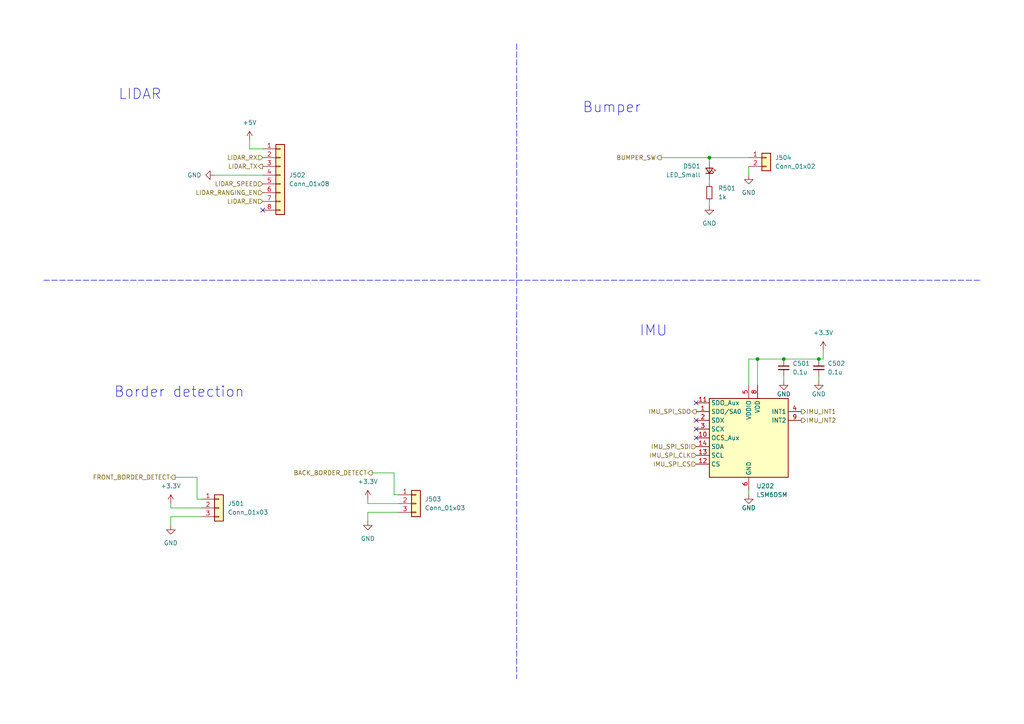
<source format=kicad_sch>
(kicad_sch (version 20230121) (generator eeschema)
  (paper "A4")
  (title_block (title "Robot chat - Sensors") (date "2023-09-19") (rev "1.0") (company "ENSEA"))
  (lib_symbols
    (symbol "Connector_Generic:Conn_01x02" (pin_names (offset 1.016) hide)
      (property "Reference" "J" (at 0 2.54 0))
      (property "Value" "Conn_01x02" (at 0 -5.08 0))
      (symbol "Conn_01x02_1_1"
        (rectangle (start -1.27 -2.413) (end 0 -2.667) (stroke (width 0.1524)))
        (rectangle (start -1.27 0.127) (end 0 -0.127) (stroke (width 0.1524)))
        (rectangle (start -1.27 1.27) (end 1.27 -3.81) (stroke (width 0.254)) (fill (type background)))
        (pin passive line (at -5.08 0 0) (length 3.81) (name "Pin_1") (number "1"))
        (pin passive line (at -5.08 -2.54 0) (length 3.81) (name "Pin_2") (number "2"))
      )
    )
    (symbol "Connector_Generic:Conn_01x03" (pin_names (offset 1.016) hide)
      (property "Reference" "J" (at 0 5.08 0))
      (property "Value" "Conn_01x03" (at 0 -5.08 0))
      (symbol "Conn_01x03_1_1"
        (rectangle (start -1.27 -2.413) (end 0 -2.667) (stroke (width 0.1524)))
        (rectangle (start -1.27 0.127) (end 0 -0.127) (stroke (width 0.1524)))
        (rectangle (start -1.27 2.667) (end 0 2.413) (stroke (width 0.1524)))
        (rectangle (start -1.27 3.81) (end 1.27 -3.81) (stroke (width 0.254)) (fill (type background)))
        (pin passive line (at -5.08 2.54 0) (length 3.81) (name "Pin_1") (number "1"))
        (pin passive line (at -5.08 0 0) (length 3.81) (name "Pin_2") (number "2"))
        (pin passive line (at -5.08 -2.54 0) (length 3.81) (name "Pin_3") (number "3"))
      )
    )
    (symbol "Connector_Generic:Conn_01x08" (pin_names (offset 1.016) hide)
      (property "Reference" "J" (at 0 10.16 0))
      (property "Value" "Conn_01x08" (at 0 -12.7 0))
      (symbol "Conn_01x08_1_1"
        (rectangle (start -1.27 -10.033) (end 0 -10.287) (stroke (width 0.1524)))
        (rectangle (start -1.27 -7.493) (end 0 -7.747) (stroke (width 0.1524)))
        (rectangle (start -1.27 -4.953) (end 0 -5.207) (stroke (width 0.1524)))
        (rectangle (start -1.27 -2.413) (end 0 -2.667) (stroke (width 0.1524)))
        (rectangle (start -1.27 0.127) (end 0 -0.127) (stroke (width 0.1524)))
        (rectangle (start -1.27 2.667) (end 0 2.413) (stroke (width 0.1524)))
        (rectangle (start -1.27 5.207) (end 0 4.953) (stroke (width 0.1524)))
        (rectangle (start -1.27 7.747) (end 0 7.493) (stroke (width 0.1524)))
        (rectangle (start -1.27 8.89) (end 1.27 -11.43) (stroke (width 0.254)) (fill (type background)))
        (pin passive line (at -5.08 7.62 0) (length 3.81) (name "Pin_1") (number "1"))
        (pin passive line (at -5.08 5.08 0) (length 3.81) (name "Pin_2") (number "2"))
        (pin passive line (at -5.08 2.54 0) (length 3.81) (name "Pin_3") (number "3"))
        (pin passive line (at -5.08 0 0) (length 3.81) (name "Pin_4") (number "4"))
        (pin passive line (at -5.08 -2.54 0) (length 3.81) (name "Pin_5") (number "5"))
        (pin passive line (at -5.08 -5.08 0) (length 3.81) (name "Pin_6") (number "6"))
        (pin passive line (at -5.08 -7.62 0) (length 3.81) (name "Pin_7") (number "7"))
        (pin passive line (at -5.08 -10.16 0) (length 3.81) (name "Pin_8") (number "8"))
      )
    )
    (symbol "Device:C_Small" (pin_numbers hide) (pin_names (offset 0.254) hide)
      (property "Reference" "C" (at 0.254 1.778 0))
      (property "Value" "C_Small" (at 0.254 -2.032 0))
      (symbol "C_Small_0_1"
        (polyline (pts (xy -1.524 -0.508) (xy 1.524 -0.508)) (stroke (width 0.3302)))
        (polyline (pts (xy -1.524 0.508) (xy 1.524 0.508)) (stroke (width 0.3048)))
      )
      (symbol "C_Small_1_1"
        (pin passive line (at 0 2.54 270) (length 2.032) (name "~") (number "1"))
        (pin passive line (at 0 -2.54 90) (length 2.032) (name "~") (number "2"))
      )
    )
    (symbol "Device:LED_Small" (pin_numbers hide) (pin_names (offset 0.254) hide)
      (property "Reference" "D" (at -1.27 3.175 0))
      (property "Value" "LED_Small" (at -4.445 -2.54 0))
      (symbol "LED_Small_0_1"
        (polyline (pts (xy -0.762 -1.016) (xy -0.762 1.016)) (stroke (width 0.254)))
        (polyline (pts (xy 1.016 0) (xy -0.762 0)))
        (polyline (pts (xy 0.762 -1.016) (xy -0.762 0) (xy 0.762 1.016) (xy 0.762 -1.016)) (stroke (width 0.254)))
        (polyline (pts (xy 0 0.762) (xy -0.508 1.27) (xy -0.254 1.27) (xy -0.508 1.27) (xy -0.508 1.016)))
        (polyline (pts (xy 0.508 1.27) (xy 0 1.778) (xy 0.254 1.778) (xy 0 1.778) (xy 0 1.524)))
      )
      (symbol "LED_Small_1_1"
        (pin passive line (at -2.54 0 0) (length 1.778) (name "K") (number "1"))
        (pin passive line (at 2.54 0 180) (length 1.778) (name "A") (number "2"))
      )
    )
    (symbol "Device:R_Small" (pin_numbers hide) (pin_names (offset 0.254) hide)
      (property "Reference" "R" (at 0.762 0.508 0))
      (property "Value" "R_Small" (at 0.762 -1.016 0))
      (symbol "R_Small_0_1"
        (rectangle (start -0.762 1.778) (end 0.762 -1.778) (stroke (width 0.2032)))
      )
      (symbol "R_Small_1_1"
        (pin passive line (at 0 2.54 270) (length 0.762) (name "~") (number "1"))
        (pin passive line (at 0 -2.54 90) (length 0.762) (name "~") (number "2"))
      )
    )
    (symbol "Sensor_Motion:LSM6DSM"
      (property "Reference" "U" (at -11.43 15.24 0))
      (property "Value" "LSM6DSM" (at -11.43 12.7 0))
      (symbol "LSM6DSM_0_1"
        (rectangle (start 11.43 11.43) (end -11.43 -11.43) (stroke (width 0.254)) (fill (type background)))
      )
      (symbol "LSM6DSM_1_1"
        (pin bidirectional line (at -15.24 7.62 0) (length 3.81) (name "SDO/SA0") (number "1"))
        (pin passive line (at -15.24 0 0) (length 3.81) (name "OCS_Aux") (number "10"))
        (pin bidirectional line (at -15.24 10.16 0) (length 3.81) (name "SDO_Aux") (number "11"))
        (pin input line (at -15.24 -7.62 0) (length 3.81) (name "CS") (number "12"))
        (pin input line (at -15.24 -5.08 0) (length 3.81) (name "SCL") (number "13"))
        (pin bidirectional line (at -15.24 -2.54 0) (length 3.81) (name "SDA") (number "14"))
        (pin bidirectional line (at -15.24 5.08 0) (length 3.81) (name "SDX") (number "2"))
        (pin input line (at -15.24 2.54 0) (length 3.81) (name "SCX") (number "3"))
        (pin output line (at 15.24 7.62 180) (length 3.81) (name "INT1") (number "4"))
        (pin power_in line (at 0 15.24 270) (length 3.81) (name "VDDIO") (number "5"))
        (pin power_in line (at 0 -15.24 90) (length 3.81) (name "GND") (number "6"))
        (pin passive line (at 0 -15.24 90) (length 3.81) hide (name "GND") (number "7"))
        (pin power_in line (at 2.54 15.24 270) (length 3.81) (name "VDD") (number "8"))
        (pin output line (at 15.24 5.08 180) (length 3.81) (name "INT2") (number "9"))
      )
    )
    (symbol "power:+3.3V" (power) (pin_names (offset 0))
      (property "Value" "+3.3V" (at 0 3.556 0))
      (symbol "+3.3V_0_1"
        (polyline (pts (xy -0.762 1.27) (xy 0 2.54)))
        (polyline (pts (xy 0 0) (xy 0 2.54)))
        (polyline (pts (xy 0 2.54) (xy 0.762 1.27)))
      )
      (symbol "+3.3V_1_1"
        (pin power_in line (at 0 0 90) (length 0) hide (name "+3.3V") (number "1"))
      )
    )
    (symbol "power:+5V" (power) (pin_names (offset 0))
      (property "Value" "+5V" (at 0 3.556 0))
      (symbol "+5V_0_1"
        (polyline (pts (xy -0.762 1.27) (xy 0 2.54)))
        (polyline (pts (xy 0 0) (xy 0 2.54)))
        (polyline (pts (xy 0 2.54) (xy 0.762 1.27)))
      )
      (symbol "+5V_1_1"
        (pin power_in line (at 0 0 90) (length 0) hide (name "+5V") (number "1"))
      )
    )
    (symbol "power:GND" (power) (pin_names (offset 0))
      (property "Value" "GND" (at 0 -3.81 0))
      (symbol "GND_0_1"
        (polyline (pts (xy 0 0) (xy 0 -1.27) (xy 1.27 -1.27) (xy 0 -2.54) (xy -1.27 -1.27) (xy 0 -1.27)))
      )
      (symbol "GND_1_1"
        (pin power_in line (at 0 0 270) (length 0) hide (name "GND") (number "1"))
      )
    )
  )
  (junction (at 205.74 45.72))
  (junction (at 219.71 104.14))
  (junction (at 237.49 104.14))
  (junction (at 227.33 104.14))
  (no_connect (at 76.2 60.96))
  (no_connect (at 201.93 116.84))
  (no_connect (at 201.93 121.92))
  (no_connect (at 201.93 127))
  (no_connect (at 201.93 124.46))
  (wire (pts (xy 106.68 148.59) (xy 115.57 148.59)))
  (wire (pts (xy 205.74 45.72) (xy 217.17 45.72)))
  (wire (pts (xy 205.74 53.34) (xy 205.74 52.07)))
  (wire (pts (xy 219.71 104.14) (xy 217.17 104.14)))
  (wire (pts (xy 49.53 147.32) (xy 49.53 146.05)))
  (wire (pts (xy 114.3 143.51) (xy 114.3 137.16)))
  (wire (pts (xy 106.68 151.13) (xy 106.68 148.59)))
  (wire (pts (xy 115.57 143.51) (xy 114.3 143.51)))
  (wire (pts (xy 227.33 104.14) (xy 237.49 104.14)))
  (wire (pts (xy 62.23 50.8) (xy 76.2 50.8)))
  (wire (pts (xy 57.15 138.43) (xy 50.8 138.43)))
  (wire (pts (xy 205.74 59.69) (xy 205.74 58.42)))
  (wire (pts (xy 49.53 152.4) (xy 49.53 149.86)))
  (wire (pts (xy 106.68 146.05) (xy 106.68 144.78)))
  (polyline (pts (xy 149.86 81.28) (xy 284.48 81.28)) (stroke (width 0) (type dash)))
  (wire (pts (xy 58.42 147.32) (xy 49.53 147.32)))
  (polyline (pts (xy 149.86 81.28) (xy 149.86 196.85)) (stroke (width 0) (type dash)))
  (wire (pts (xy 205.74 46.99) (xy 205.74 45.72)))
  (wire (pts (xy 217.17 143.51) (xy 217.17 142.24)))
  (wire (pts (xy 227.33 104.14) (xy 219.71 104.14)))
  (wire (pts (xy 217.17 104.14) (xy 217.17 111.76)))
  (wire (pts (xy 217.17 48.26) (xy 217.17 50.8)))
  (wire (pts (xy 219.71 104.14) (xy 219.71 111.76)))
  (wire (pts (xy 227.33 110.49) (xy 227.33 109.22)))
  (wire (pts (xy 238.76 104.14) (xy 237.49 104.14)))
  (wire (pts (xy 191.77 45.72) (xy 205.74 45.72)))
  (wire (pts (xy 58.42 144.78) (xy 57.15 144.78)))
  (wire (pts (xy 238.76 101.6) (xy 238.76 104.14)))
  (wire (pts (xy 114.3 137.16) (xy 107.95 137.16)))
  (wire (pts (xy 115.57 146.05) (xy 106.68 146.05)))
  (wire (pts (xy 237.49 110.49) (xy 237.49 109.22)))
  (wire (pts (xy 72.39 40.64) (xy 72.39 43.18)))
  (wire (pts (xy 72.39 43.18) (xy 76.2 43.18)))
  (wire (pts (xy 49.53 149.86) (xy 58.42 149.86)))
  (polyline (pts (xy 12.7 81.28) (xy 149.86 81.28)) (stroke (width 0) (type dash)))
  (polyline (pts (xy 149.86 12.7) (xy 149.86 81.28)) (stroke (width 0) (type dash)))
  (wire (pts (xy 57.15 144.78) (xy 57.15 138.43)))
  (text "LIDAR" (at 34.29 29.21 0) (effects (font (size 3 3)) (justify left bottom)))
  (text "Bumper\n" (at 168.91 33.02 0) (effects (font (size 3 3)) (justify left bottom)))
  (text "IMU" (at 185.42 97.79 0) (effects (font (size 3 3)) (justify left bottom)))
  (text "Border detection" (at 33.02 115.57 0) (effects (font (size 3 3)) (justify left bottom)))
  (hierarchical_label "BACK_BORDER_DETECT" (shape output) (at 107.95 137.16 180))
  (hierarchical_label "IMU_INT2" (shape output) (at 232.41 121.92 0))
  (hierarchical_label "BUMPER_SW" (shape output) (at 191.77 45.72 180))
  (hierarchical_label "IMU_INT1" (shape output) (at 232.41 119.38 0))
  (hierarchical_label "FRONT_BORDER_DETECT" (shape output) (at 50.8 138.43 180))
  (hierarchical_label "LIDAR_EN" (shape input) (at 76.2 58.42 180))
  (hierarchical_label "IMU_SPI_SDO" (shape output) (at 201.93 119.38 180))
  (hierarchical_label "LIDAR_RX" (shape input) (at 76.2 45.72 180))
  (hierarchical_label "LIDAR_TX" (shape output) (at 76.2 48.26 180))
  (hierarchical_label "IMU_SPI_SDI" (shape input) (at 201.93 129.54 180))
  (hierarchical_label "LIDAR_RANGING_EN" (shape input) (at 76.2 55.88 180))
  (hierarchical_label "IMU_SPI_CLK" (shape input) (at 201.93 132.08 180))
  (hierarchical_label "LIDAR_SPEED" (shape input) (at 76.2 53.34 180))
  (hierarchical_label "IMU_SPI_CS" (shape input) (at 201.93 134.62 180))
  (symbol (lib_id "power:GND") (at 62.23 50.8 270) (unit 1)
    (property "Reference" "#PWR0503" (effects hide))
    (property "Value" "GND" (at 58.42 50.8 90) (effects (justify right)))
  )
  (symbol (lib_id "power:GND") (at 227.33 110.49 0) (unit 1)
    (property "Reference" "#PWR0510" (effects hide))
    (property "Value" "GND" (at 227.33 114.3 0))
  )
  (symbol (lib_id "power:GND") (at 106.68 151.13 0) (unit 1)
    (property "Reference" "#PWR0506" (effects hide))
    (property "Value" "GND" (at 106.68 156.21 0))
  )
  (symbol (lib_id "Sensor_Motion:LSM6DSM") (at 217.17 127 0) (unit 1)
    (property "Reference" "U202" (at 219.3641 140.97 0) (effects (justify left)))
    (property "Value" "LSM6DSM" (at 219.3641 143.51 0) (effects (justify left)))
    (property "Footprint" "Package_LGA:LGA-14_3x2.5mm_P0.5mm_LayoutBorder3x4y" (effects hide))
    (property "Datasheet" "https://www.st.com/resource/en/datasheet/lsm6dsm.pdf" (effects hide))
    (instances (project "robot_chat" (path "" (reference "U202") (unit 1)) (path "" (reference "U501") (unit 1))))
  )
  (symbol (lib_id "power:GND") (at 49.53 152.4 0) (unit 1)
    (property "Reference" "#PWR0502" (effects hide))
    (property "Value" "GND" (at 49.53 157.48 0))
  )
  (symbol (lib_id "Connector_Generic:Conn_01x03") (at 120.65 146.05 0) (unit 1)
    (property "Reference" "J503" (at 123.19 144.78 0) (effects (justify left)))
    (property "Value" "Conn_01x03" (at 123.19 147.32 0) (effects (justify left)))
    (property "Footprint" "Connector_JST:JST_XH_S3B-XH-A_1x03_P2.50mm_Horizontal" (effects hide))
  )
  (symbol (lib_id "power:+3.3V") (at 49.53 146.05 0) (unit 1)
    (property "Reference" "#PWR0501" (effects hide))
    (property "Value" "+3.3V" (at 49.53 140.97 0))
  )
  (symbol (lib_id "Device:C_Small") (at 237.49 106.68 0) (unit 1)
    (property "Reference" "C502" (at 240.03 105.4163 0) (effects (justify left)))
    (property "Value" "0.1u" (at 240.03 107.9563 0) (effects (justify left)))
    (property "Footprint" "Capacitor_SMD:C_0603_1608Metric" (effects hide))
  )
  (symbol (lib_id "power:+3.3V") (at 238.76 101.6 0) (unit 1)
    (property "Reference" "#PWR0512" (effects hide))
    (property "Value" "+3.3V" (at 238.76 96.52 0))
  )
  (symbol (lib_id "power:GND") (at 205.74 59.69 0) (unit 1)
    (property "Reference" "#PWR0507" (effects hide))
    (property "Value" "GND" (at 205.74 64.77 0))
  )
  (symbol (lib_id "power:+5V") (at 72.39 40.64 0) (unit 1)
    (property "Reference" "#PWR0504" (effects hide))
    (property "Value" "+5V" (at 72.39 35.56 0))
  )
  (symbol (lib_id "Device:R_Small") (at 205.74 55.88 180) (unit 1)
    (property "Reference" "R501" (at 208.28 54.61 0) (effects (justify right)))
    (property "Value" "1k" (at 208.28 57.15 0) (effects (justify right)))
    (property "Footprint" "Resistor_SMD:R_0603_1608Metric" (effects hide))
  )
  (symbol (lib_id "Connector_Generic:Conn_01x08") (at 81.28 50.8 0) (unit 1)
    (property "Reference" "J502" (at 83.82 50.8 0) (effects (justify left)))
    (property "Value" "Conn_01x08" (at 83.82 53.34 0) (effects (justify left)))
    (property "Footprint" "Connector_JST:JST_XH_S8B-XH-A_1x08_P2.50mm_Horizontal" (effects hide))
  )
  (symbol (lib_id "Connector_Generic:Conn_01x02") (at 222.25 45.72 0) (unit 1)
    (property "Reference" "J504" (at 224.79 45.72 0) (effects (justify left)))
    (property "Value" "Conn_01x02" (at 224.79 48.26 0) (effects (justify left)))
    (property "Footprint" "Connector_JST:JST_XH_S2B-XH-A_1x02_P2.50mm_Horizontal" (effects hide))
  )
  (symbol (lib_id "power:GND") (at 217.17 143.51 0) (unit 1)
    (property "Reference" "#PWR0509" (effects hide))
    (property "Value" "GND" (at 217.17 147.32 0))
  )
  (symbol (lib_id "power:GND") (at 237.49 110.49 0) (unit 1)
    (property "Reference" "#PWR0511" (effects hide))
    (property "Value" "GND" (at 237.49 114.3 0))
  )
  (symbol (lib_id "Connector_Generic:Conn_01x03") (at 63.5 147.32 0) (unit 1)
    (property "Reference" "J501" (at 66.04 146.05 0) (effects (justify left)))
    (property "Value" "Conn_01x03" (at 66.04 148.59 0) (effects (justify left)))
    (property "Footprint" "Connector_JST:JST_XH_S3B-XH-A_1x03_P2.50mm_Horizontal" (effects hide))
  )
  (symbol (lib_id "power:+3.3V") (at 106.68 144.78 0) (unit 1)
    (property "Reference" "#PWR0505" (effects hide))
    (property "Value" "+3.3V" (at 106.68 139.7 0))
  )
  (symbol (lib_id "Device:C_Small") (at 227.33 106.68 0) (unit 1)
    (property "Reference" "C501" (at 229.87 105.4163 0) (effects (justify left)))
    (property "Value" "0.1u" (at 229.87 107.9563 0) (effects (justify left)))
    (property "Footprint" "Capacitor_SMD:C_0603_1608Metric" (effects hide))
  )
  (symbol (lib_id "power:GND") (at 217.17 50.8 0) (unit 1)
    (property "Reference" "#PWR0508" (effects hide))
    (property "Value" "GND" (at 217.17 55.88 0))
  )
  (symbol (lib_id "Device:LED_Small") (at 205.74 49.53 270) (mirror x) (unit 1)
    (property "Reference" "D501" (at 203.2 48.1965 90) (effects (justify right)))
    (property "Value" "LED_Small" (at 203.2 50.7365 90) (effects (justify right)))
    (property "Footprint" "LED_SMD:LED_0603_1608Metric" (effects hide))
  )
)
</source>
